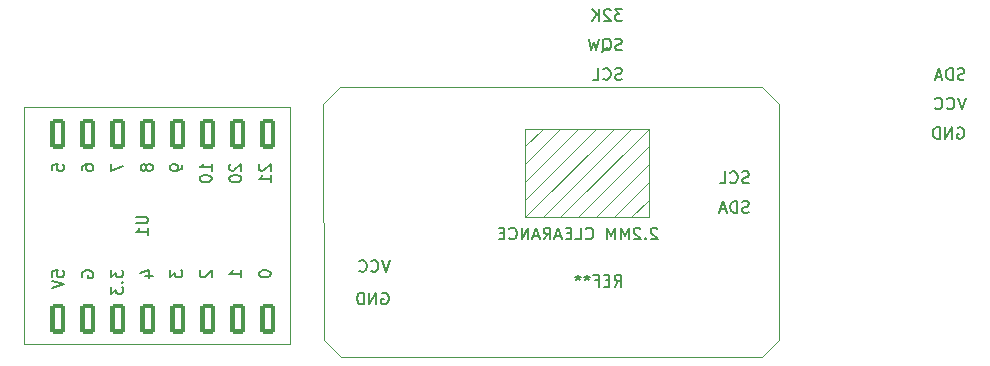
<source format=gbo>
%TF.GenerationSoftware,KiCad,Pcbnew,9.0.2*%
%TF.CreationDate,2025-05-12T22:54:10+08:00*%
%TF.ProjectId,paxclock_a,70617863-6c6f-4636-9b5f-612e6b696361,rev?*%
%TF.SameCoordinates,Original*%
%TF.FileFunction,Legend,Bot*%
%TF.FilePolarity,Positive*%
%FSLAX46Y46*%
G04 Gerber Fmt 4.6, Leading zero omitted, Abs format (unit mm)*
G04 Created by KiCad (PCBNEW 9.0.2) date 2025-05-12 22:54:10*
%MOMM*%
%LPD*%
G01*
G04 APERTURE LIST*
G04 Aperture macros list*
%AMRoundRect*
0 Rectangle with rounded corners*
0 $1 Rounding radius*
0 $2 $3 $4 $5 $6 $7 $8 $9 X,Y pos of 4 corners*
0 Add a 4 corners polygon primitive as box body*
4,1,4,$2,$3,$4,$5,$6,$7,$8,$9,$2,$3,0*
0 Add four circle primitives for the rounded corners*
1,1,$1+$1,$2,$3*
1,1,$1+$1,$4,$5*
1,1,$1+$1,$6,$7*
1,1,$1+$1,$8,$9*
0 Add four rect primitives between the rounded corners*
20,1,$1+$1,$2,$3,$4,$5,0*
20,1,$1+$1,$4,$5,$6,$7,0*
20,1,$1+$1,$6,$7,$8,$9,0*
20,1,$1+$1,$8,$9,$2,$3,0*%
G04 Aperture macros list end*
%ADD10C,0.160000*%
%ADD11C,0.100000*%
%ADD12C,4.000000*%
%ADD13RoundRect,0.190500X-1.079500X-0.444500X1.079500X-0.444500X1.079500X0.444500X-1.079500X0.444500X0*%
%ADD14C,3.000000*%
%ADD15RoundRect,0.190500X0.444500X-1.079500X0.444500X1.079500X-0.444500X1.079500X-0.444500X-1.079500X0*%
%ADD16C,5.700000*%
%ADD17R,2.000000X2.000000*%
%ADD18C,2.000000*%
%ADD19RoundRect,0.190500X-0.444500X1.079500X-0.444500X-1.079500X0.444500X-1.079500X0.444500X1.079500X0*%
%ADD20C,2.540000*%
%ADD21C,2.430000*%
%ADD22C,1.200000*%
G04 APERTURE END LIST*
D10*
X44954299Y-113538095D02*
X45763822Y-113538095D01*
X45763822Y-113538095D02*
X45859060Y-113585714D01*
X45859060Y-113585714D02*
X45906680Y-113633333D01*
X45906680Y-113633333D02*
X45954299Y-113728571D01*
X45954299Y-113728571D02*
X45954299Y-113919047D01*
X45954299Y-113919047D02*
X45906680Y-114014285D01*
X45906680Y-114014285D02*
X45859060Y-114061904D01*
X45859060Y-114061904D02*
X45763822Y-114109523D01*
X45763822Y-114109523D02*
X44954299Y-114109523D01*
X45954299Y-115109523D02*
X45954299Y-114538095D01*
X45954299Y-114823809D02*
X44954299Y-114823809D01*
X44954299Y-114823809D02*
X45097156Y-114728571D01*
X45097156Y-114728571D02*
X45192394Y-114633333D01*
X45192394Y-114633333D02*
X45240013Y-114538095D01*
X40416918Y-118667167D02*
X40369299Y-118571929D01*
X40369299Y-118571929D02*
X40369299Y-118429072D01*
X40369299Y-118429072D02*
X40416918Y-118286215D01*
X40416918Y-118286215D02*
X40512156Y-118190977D01*
X40512156Y-118190977D02*
X40607394Y-118143358D01*
X40607394Y-118143358D02*
X40797870Y-118095739D01*
X40797870Y-118095739D02*
X40940727Y-118095739D01*
X40940727Y-118095739D02*
X41131203Y-118143358D01*
X41131203Y-118143358D02*
X41226441Y-118190977D01*
X41226441Y-118190977D02*
X41321680Y-118286215D01*
X41321680Y-118286215D02*
X41369299Y-118429072D01*
X41369299Y-118429072D02*
X41369299Y-118524310D01*
X41369299Y-118524310D02*
X41321680Y-118667167D01*
X41321680Y-118667167D02*
X41274060Y-118714786D01*
X41274060Y-118714786D02*
X40940727Y-118714786D01*
X40940727Y-118714786D02*
X40940727Y-118524310D01*
X47869299Y-118048120D02*
X47869299Y-118667167D01*
X47869299Y-118667167D02*
X48250251Y-118333834D01*
X48250251Y-118333834D02*
X48250251Y-118476691D01*
X48250251Y-118476691D02*
X48297870Y-118571929D01*
X48297870Y-118571929D02*
X48345489Y-118619548D01*
X48345489Y-118619548D02*
X48440727Y-118667167D01*
X48440727Y-118667167D02*
X48678822Y-118667167D01*
X48678822Y-118667167D02*
X48774060Y-118619548D01*
X48774060Y-118619548D02*
X48821680Y-118571929D01*
X48821680Y-118571929D02*
X48869299Y-118476691D01*
X48869299Y-118476691D02*
X48869299Y-118190977D01*
X48869299Y-118190977D02*
X48821680Y-118095739D01*
X48821680Y-118095739D02*
X48774060Y-118048120D01*
X51369299Y-109667167D02*
X51369299Y-109095739D01*
X51369299Y-109381453D02*
X50369299Y-109381453D01*
X50369299Y-109381453D02*
X50512156Y-109286215D01*
X50512156Y-109286215D02*
X50607394Y-109190977D01*
X50607394Y-109190977D02*
X50655013Y-109095739D01*
X50369299Y-110286215D02*
X50369299Y-110381453D01*
X50369299Y-110381453D02*
X50416918Y-110476691D01*
X50416918Y-110476691D02*
X50464537Y-110524310D01*
X50464537Y-110524310D02*
X50559775Y-110571929D01*
X50559775Y-110571929D02*
X50750251Y-110619548D01*
X50750251Y-110619548D02*
X50988346Y-110619548D01*
X50988346Y-110619548D02*
X51178822Y-110571929D01*
X51178822Y-110571929D02*
X51274060Y-110524310D01*
X51274060Y-110524310D02*
X51321680Y-110476691D01*
X51321680Y-110476691D02*
X51369299Y-110381453D01*
X51369299Y-110381453D02*
X51369299Y-110286215D01*
X51369299Y-110286215D02*
X51321680Y-110190977D01*
X51321680Y-110190977D02*
X51274060Y-110143358D01*
X51274060Y-110143358D02*
X51178822Y-110095739D01*
X51178822Y-110095739D02*
X50988346Y-110048120D01*
X50988346Y-110048120D02*
X50750251Y-110048120D01*
X50750251Y-110048120D02*
X50559775Y-110095739D01*
X50559775Y-110095739D02*
X50464537Y-110143358D01*
X50464537Y-110143358D02*
X50416918Y-110190977D01*
X50416918Y-110190977D02*
X50369299Y-110286215D01*
X53869299Y-118667167D02*
X53869299Y-118095739D01*
X53869299Y-118381453D02*
X52869299Y-118381453D01*
X52869299Y-118381453D02*
X53012156Y-118286215D01*
X53012156Y-118286215D02*
X53107394Y-118190977D01*
X53107394Y-118190977D02*
X53155013Y-118095739D01*
X52964537Y-109095739D02*
X52916918Y-109143358D01*
X52916918Y-109143358D02*
X52869299Y-109238596D01*
X52869299Y-109238596D02*
X52869299Y-109476691D01*
X52869299Y-109476691D02*
X52916918Y-109571929D01*
X52916918Y-109571929D02*
X52964537Y-109619548D01*
X52964537Y-109619548D02*
X53059775Y-109667167D01*
X53059775Y-109667167D02*
X53155013Y-109667167D01*
X53155013Y-109667167D02*
X53297870Y-109619548D01*
X53297870Y-109619548D02*
X53869299Y-109048120D01*
X53869299Y-109048120D02*
X53869299Y-109667167D01*
X52869299Y-110286215D02*
X52869299Y-110381453D01*
X52869299Y-110381453D02*
X52916918Y-110476691D01*
X52916918Y-110476691D02*
X52964537Y-110524310D01*
X52964537Y-110524310D02*
X53059775Y-110571929D01*
X53059775Y-110571929D02*
X53250251Y-110619548D01*
X53250251Y-110619548D02*
X53488346Y-110619548D01*
X53488346Y-110619548D02*
X53678822Y-110571929D01*
X53678822Y-110571929D02*
X53774060Y-110524310D01*
X53774060Y-110524310D02*
X53821680Y-110476691D01*
X53821680Y-110476691D02*
X53869299Y-110381453D01*
X53869299Y-110381453D02*
X53869299Y-110286215D01*
X53869299Y-110286215D02*
X53821680Y-110190977D01*
X53821680Y-110190977D02*
X53774060Y-110143358D01*
X53774060Y-110143358D02*
X53678822Y-110095739D01*
X53678822Y-110095739D02*
X53488346Y-110048120D01*
X53488346Y-110048120D02*
X53250251Y-110048120D01*
X53250251Y-110048120D02*
X53059775Y-110095739D01*
X53059775Y-110095739D02*
X52964537Y-110143358D01*
X52964537Y-110143358D02*
X52916918Y-110190977D01*
X52916918Y-110190977D02*
X52869299Y-110286215D01*
X42869299Y-118048120D02*
X42869299Y-118667167D01*
X42869299Y-118667167D02*
X43250251Y-118333834D01*
X43250251Y-118333834D02*
X43250251Y-118476691D01*
X43250251Y-118476691D02*
X43297870Y-118571929D01*
X43297870Y-118571929D02*
X43345489Y-118619548D01*
X43345489Y-118619548D02*
X43440727Y-118667167D01*
X43440727Y-118667167D02*
X43678822Y-118667167D01*
X43678822Y-118667167D02*
X43774060Y-118619548D01*
X43774060Y-118619548D02*
X43821680Y-118571929D01*
X43821680Y-118571929D02*
X43869299Y-118476691D01*
X43869299Y-118476691D02*
X43869299Y-118190977D01*
X43869299Y-118190977D02*
X43821680Y-118095739D01*
X43821680Y-118095739D02*
X43774060Y-118048120D01*
X43774060Y-119095739D02*
X43821680Y-119143358D01*
X43821680Y-119143358D02*
X43869299Y-119095739D01*
X43869299Y-119095739D02*
X43821680Y-119048120D01*
X43821680Y-119048120D02*
X43774060Y-119095739D01*
X43774060Y-119095739D02*
X43869299Y-119095739D01*
X42869299Y-119476691D02*
X42869299Y-120095738D01*
X42869299Y-120095738D02*
X43250251Y-119762405D01*
X43250251Y-119762405D02*
X43250251Y-119905262D01*
X43250251Y-119905262D02*
X43297870Y-120000500D01*
X43297870Y-120000500D02*
X43345489Y-120048119D01*
X43345489Y-120048119D02*
X43440727Y-120095738D01*
X43440727Y-120095738D02*
X43678822Y-120095738D01*
X43678822Y-120095738D02*
X43774060Y-120048119D01*
X43774060Y-120048119D02*
X43821680Y-120000500D01*
X43821680Y-120000500D02*
X43869299Y-119905262D01*
X43869299Y-119905262D02*
X43869299Y-119619548D01*
X43869299Y-119619548D02*
X43821680Y-119524310D01*
X43821680Y-119524310D02*
X43774060Y-119476691D01*
X55369299Y-118333834D02*
X55369299Y-118429072D01*
X55369299Y-118429072D02*
X55416918Y-118524310D01*
X55416918Y-118524310D02*
X55464537Y-118571929D01*
X55464537Y-118571929D02*
X55559775Y-118619548D01*
X55559775Y-118619548D02*
X55750251Y-118667167D01*
X55750251Y-118667167D02*
X55988346Y-118667167D01*
X55988346Y-118667167D02*
X56178822Y-118619548D01*
X56178822Y-118619548D02*
X56274060Y-118571929D01*
X56274060Y-118571929D02*
X56321680Y-118524310D01*
X56321680Y-118524310D02*
X56369299Y-118429072D01*
X56369299Y-118429072D02*
X56369299Y-118333834D01*
X56369299Y-118333834D02*
X56321680Y-118238596D01*
X56321680Y-118238596D02*
X56274060Y-118190977D01*
X56274060Y-118190977D02*
X56178822Y-118143358D01*
X56178822Y-118143358D02*
X55988346Y-118095739D01*
X55988346Y-118095739D02*
X55750251Y-118095739D01*
X55750251Y-118095739D02*
X55559775Y-118143358D01*
X55559775Y-118143358D02*
X55464537Y-118190977D01*
X55464537Y-118190977D02*
X55416918Y-118238596D01*
X55416918Y-118238596D02*
X55369299Y-118333834D01*
X37869299Y-118619548D02*
X37869299Y-118143358D01*
X37869299Y-118143358D02*
X38345489Y-118095739D01*
X38345489Y-118095739D02*
X38297870Y-118143358D01*
X38297870Y-118143358D02*
X38250251Y-118238596D01*
X38250251Y-118238596D02*
X38250251Y-118476691D01*
X38250251Y-118476691D02*
X38297870Y-118571929D01*
X38297870Y-118571929D02*
X38345489Y-118619548D01*
X38345489Y-118619548D02*
X38440727Y-118667167D01*
X38440727Y-118667167D02*
X38678822Y-118667167D01*
X38678822Y-118667167D02*
X38774060Y-118619548D01*
X38774060Y-118619548D02*
X38821680Y-118571929D01*
X38821680Y-118571929D02*
X38869299Y-118476691D01*
X38869299Y-118476691D02*
X38869299Y-118238596D01*
X38869299Y-118238596D02*
X38821680Y-118143358D01*
X38821680Y-118143358D02*
X38774060Y-118095739D01*
X37869299Y-118952882D02*
X38869299Y-119286215D01*
X38869299Y-119286215D02*
X37869299Y-119619548D01*
X50464537Y-118095739D02*
X50416918Y-118143358D01*
X50416918Y-118143358D02*
X50369299Y-118238596D01*
X50369299Y-118238596D02*
X50369299Y-118476691D01*
X50369299Y-118476691D02*
X50416918Y-118571929D01*
X50416918Y-118571929D02*
X50464537Y-118619548D01*
X50464537Y-118619548D02*
X50559775Y-118667167D01*
X50559775Y-118667167D02*
X50655013Y-118667167D01*
X50655013Y-118667167D02*
X50797870Y-118619548D01*
X50797870Y-118619548D02*
X51369299Y-118048120D01*
X51369299Y-118048120D02*
X51369299Y-118667167D01*
X48869299Y-109190977D02*
X48869299Y-109381453D01*
X48869299Y-109381453D02*
X48821680Y-109476691D01*
X48821680Y-109476691D02*
X48774060Y-109524310D01*
X48774060Y-109524310D02*
X48631203Y-109619548D01*
X48631203Y-109619548D02*
X48440727Y-109667167D01*
X48440727Y-109667167D02*
X48059775Y-109667167D01*
X48059775Y-109667167D02*
X47964537Y-109619548D01*
X47964537Y-109619548D02*
X47916918Y-109571929D01*
X47916918Y-109571929D02*
X47869299Y-109476691D01*
X47869299Y-109476691D02*
X47869299Y-109286215D01*
X47869299Y-109286215D02*
X47916918Y-109190977D01*
X47916918Y-109190977D02*
X47964537Y-109143358D01*
X47964537Y-109143358D02*
X48059775Y-109095739D01*
X48059775Y-109095739D02*
X48297870Y-109095739D01*
X48297870Y-109095739D02*
X48393108Y-109143358D01*
X48393108Y-109143358D02*
X48440727Y-109190977D01*
X48440727Y-109190977D02*
X48488346Y-109286215D01*
X48488346Y-109286215D02*
X48488346Y-109476691D01*
X48488346Y-109476691D02*
X48440727Y-109571929D01*
X48440727Y-109571929D02*
X48393108Y-109619548D01*
X48393108Y-109619548D02*
X48297870Y-109667167D01*
X42869299Y-109048120D02*
X42869299Y-109714786D01*
X42869299Y-109714786D02*
X43869299Y-109286215D01*
X55464537Y-109095739D02*
X55416918Y-109143358D01*
X55416918Y-109143358D02*
X55369299Y-109238596D01*
X55369299Y-109238596D02*
X55369299Y-109476691D01*
X55369299Y-109476691D02*
X55416918Y-109571929D01*
X55416918Y-109571929D02*
X55464537Y-109619548D01*
X55464537Y-109619548D02*
X55559775Y-109667167D01*
X55559775Y-109667167D02*
X55655013Y-109667167D01*
X55655013Y-109667167D02*
X55797870Y-109619548D01*
X55797870Y-109619548D02*
X56369299Y-109048120D01*
X56369299Y-109048120D02*
X56369299Y-109667167D01*
X56369299Y-110619548D02*
X56369299Y-110048120D01*
X56369299Y-110333834D02*
X55369299Y-110333834D01*
X55369299Y-110333834D02*
X55512156Y-110238596D01*
X55512156Y-110238596D02*
X55607394Y-110143358D01*
X55607394Y-110143358D02*
X55655013Y-110048120D01*
X40369299Y-109571929D02*
X40369299Y-109381453D01*
X40369299Y-109381453D02*
X40416918Y-109286215D01*
X40416918Y-109286215D02*
X40464537Y-109238596D01*
X40464537Y-109238596D02*
X40607394Y-109143358D01*
X40607394Y-109143358D02*
X40797870Y-109095739D01*
X40797870Y-109095739D02*
X41178822Y-109095739D01*
X41178822Y-109095739D02*
X41274060Y-109143358D01*
X41274060Y-109143358D02*
X41321680Y-109190977D01*
X41321680Y-109190977D02*
X41369299Y-109286215D01*
X41369299Y-109286215D02*
X41369299Y-109476691D01*
X41369299Y-109476691D02*
X41321680Y-109571929D01*
X41321680Y-109571929D02*
X41274060Y-109619548D01*
X41274060Y-109619548D02*
X41178822Y-109667167D01*
X41178822Y-109667167D02*
X40940727Y-109667167D01*
X40940727Y-109667167D02*
X40845489Y-109619548D01*
X40845489Y-109619548D02*
X40797870Y-109571929D01*
X40797870Y-109571929D02*
X40750251Y-109476691D01*
X40750251Y-109476691D02*
X40750251Y-109286215D01*
X40750251Y-109286215D02*
X40797870Y-109190977D01*
X40797870Y-109190977D02*
X40845489Y-109143358D01*
X40845489Y-109143358D02*
X40940727Y-109095739D01*
X45702632Y-118571929D02*
X46369299Y-118571929D01*
X45321680Y-118333834D02*
X46035965Y-118095739D01*
X46035965Y-118095739D02*
X46035965Y-118714786D01*
X45797870Y-109286215D02*
X45750251Y-109190977D01*
X45750251Y-109190977D02*
X45702632Y-109143358D01*
X45702632Y-109143358D02*
X45607394Y-109095739D01*
X45607394Y-109095739D02*
X45559775Y-109095739D01*
X45559775Y-109095739D02*
X45464537Y-109143358D01*
X45464537Y-109143358D02*
X45416918Y-109190977D01*
X45416918Y-109190977D02*
X45369299Y-109286215D01*
X45369299Y-109286215D02*
X45369299Y-109476691D01*
X45369299Y-109476691D02*
X45416918Y-109571929D01*
X45416918Y-109571929D02*
X45464537Y-109619548D01*
X45464537Y-109619548D02*
X45559775Y-109667167D01*
X45559775Y-109667167D02*
X45607394Y-109667167D01*
X45607394Y-109667167D02*
X45702632Y-109619548D01*
X45702632Y-109619548D02*
X45750251Y-109571929D01*
X45750251Y-109571929D02*
X45797870Y-109476691D01*
X45797870Y-109476691D02*
X45797870Y-109286215D01*
X45797870Y-109286215D02*
X45845489Y-109190977D01*
X45845489Y-109190977D02*
X45893108Y-109143358D01*
X45893108Y-109143358D02*
X45988346Y-109095739D01*
X45988346Y-109095739D02*
X46178822Y-109095739D01*
X46178822Y-109095739D02*
X46274060Y-109143358D01*
X46274060Y-109143358D02*
X46321680Y-109190977D01*
X46321680Y-109190977D02*
X46369299Y-109286215D01*
X46369299Y-109286215D02*
X46369299Y-109476691D01*
X46369299Y-109476691D02*
X46321680Y-109571929D01*
X46321680Y-109571929D02*
X46274060Y-109619548D01*
X46274060Y-109619548D02*
X46178822Y-109667167D01*
X46178822Y-109667167D02*
X45988346Y-109667167D01*
X45988346Y-109667167D02*
X45893108Y-109619548D01*
X45893108Y-109619548D02*
X45845489Y-109571929D01*
X45845489Y-109571929D02*
X45797870Y-109476691D01*
X37869299Y-109619548D02*
X37869299Y-109143358D01*
X37869299Y-109143358D02*
X38345489Y-109095739D01*
X38345489Y-109095739D02*
X38297870Y-109143358D01*
X38297870Y-109143358D02*
X38250251Y-109238596D01*
X38250251Y-109238596D02*
X38250251Y-109476691D01*
X38250251Y-109476691D02*
X38297870Y-109571929D01*
X38297870Y-109571929D02*
X38345489Y-109619548D01*
X38345489Y-109619548D02*
X38440727Y-109667167D01*
X38440727Y-109667167D02*
X38678822Y-109667167D01*
X38678822Y-109667167D02*
X38774060Y-109619548D01*
X38774060Y-109619548D02*
X38821680Y-109571929D01*
X38821680Y-109571929D02*
X38869299Y-109476691D01*
X38869299Y-109476691D02*
X38869299Y-109238596D01*
X38869299Y-109238596D02*
X38821680Y-109143358D01*
X38821680Y-109143358D02*
X38774060Y-109095739D01*
X86151879Y-95969299D02*
X85532832Y-95969299D01*
X85532832Y-95969299D02*
X85866165Y-96350251D01*
X85866165Y-96350251D02*
X85723308Y-96350251D01*
X85723308Y-96350251D02*
X85628070Y-96397870D01*
X85628070Y-96397870D02*
X85580451Y-96445489D01*
X85580451Y-96445489D02*
X85532832Y-96540727D01*
X85532832Y-96540727D02*
X85532832Y-96778822D01*
X85532832Y-96778822D02*
X85580451Y-96874060D01*
X85580451Y-96874060D02*
X85628070Y-96921680D01*
X85628070Y-96921680D02*
X85723308Y-96969299D01*
X85723308Y-96969299D02*
X86009022Y-96969299D01*
X86009022Y-96969299D02*
X86104260Y-96921680D01*
X86104260Y-96921680D02*
X86151879Y-96874060D01*
X85151879Y-96064537D02*
X85104260Y-96016918D01*
X85104260Y-96016918D02*
X85009022Y-95969299D01*
X85009022Y-95969299D02*
X84770927Y-95969299D01*
X84770927Y-95969299D02*
X84675689Y-96016918D01*
X84675689Y-96016918D02*
X84628070Y-96064537D01*
X84628070Y-96064537D02*
X84580451Y-96159775D01*
X84580451Y-96159775D02*
X84580451Y-96255013D01*
X84580451Y-96255013D02*
X84628070Y-96397870D01*
X84628070Y-96397870D02*
X85199498Y-96969299D01*
X85199498Y-96969299D02*
X84580451Y-96969299D01*
X84151879Y-96969299D02*
X84151879Y-95969299D01*
X83580451Y-96969299D02*
X84009022Y-96397870D01*
X83580451Y-95969299D02*
X84151879Y-96540727D01*
X85485213Y-119469299D02*
X85818546Y-118993108D01*
X86056641Y-119469299D02*
X86056641Y-118469299D01*
X86056641Y-118469299D02*
X85675689Y-118469299D01*
X85675689Y-118469299D02*
X85580451Y-118516918D01*
X85580451Y-118516918D02*
X85532832Y-118564537D01*
X85532832Y-118564537D02*
X85485213Y-118659775D01*
X85485213Y-118659775D02*
X85485213Y-118802632D01*
X85485213Y-118802632D02*
X85532832Y-118897870D01*
X85532832Y-118897870D02*
X85580451Y-118945489D01*
X85580451Y-118945489D02*
X85675689Y-118993108D01*
X85675689Y-118993108D02*
X86056641Y-118993108D01*
X85056641Y-118945489D02*
X84723308Y-118945489D01*
X84580451Y-119469299D02*
X85056641Y-119469299D01*
X85056641Y-119469299D02*
X85056641Y-118469299D01*
X85056641Y-118469299D02*
X84580451Y-118469299D01*
X83818546Y-118945489D02*
X84151879Y-118945489D01*
X84151879Y-119469299D02*
X84151879Y-118469299D01*
X84151879Y-118469299D02*
X83675689Y-118469299D01*
X83151879Y-118469299D02*
X83151879Y-118707394D01*
X83389974Y-118612156D02*
X83151879Y-118707394D01*
X83151879Y-118707394D02*
X82913784Y-118612156D01*
X83294736Y-118897870D02*
X83151879Y-118707394D01*
X83151879Y-118707394D02*
X83009022Y-118897870D01*
X82389974Y-118469299D02*
X82389974Y-118707394D01*
X82628069Y-118612156D02*
X82389974Y-118707394D01*
X82389974Y-118707394D02*
X82151879Y-118612156D01*
X82532831Y-118897870D02*
X82389974Y-118707394D01*
X82389974Y-118707394D02*
X82247117Y-118897870D01*
X96854260Y-110671680D02*
X96711403Y-110719299D01*
X96711403Y-110719299D02*
X96473308Y-110719299D01*
X96473308Y-110719299D02*
X96378070Y-110671680D01*
X96378070Y-110671680D02*
X96330451Y-110624060D01*
X96330451Y-110624060D02*
X96282832Y-110528822D01*
X96282832Y-110528822D02*
X96282832Y-110433584D01*
X96282832Y-110433584D02*
X96330451Y-110338346D01*
X96330451Y-110338346D02*
X96378070Y-110290727D01*
X96378070Y-110290727D02*
X96473308Y-110243108D01*
X96473308Y-110243108D02*
X96663784Y-110195489D01*
X96663784Y-110195489D02*
X96759022Y-110147870D01*
X96759022Y-110147870D02*
X96806641Y-110100251D01*
X96806641Y-110100251D02*
X96854260Y-110005013D01*
X96854260Y-110005013D02*
X96854260Y-109909775D01*
X96854260Y-109909775D02*
X96806641Y-109814537D01*
X96806641Y-109814537D02*
X96759022Y-109766918D01*
X96759022Y-109766918D02*
X96663784Y-109719299D01*
X96663784Y-109719299D02*
X96425689Y-109719299D01*
X96425689Y-109719299D02*
X96282832Y-109766918D01*
X95282832Y-110624060D02*
X95330451Y-110671680D01*
X95330451Y-110671680D02*
X95473308Y-110719299D01*
X95473308Y-110719299D02*
X95568546Y-110719299D01*
X95568546Y-110719299D02*
X95711403Y-110671680D01*
X95711403Y-110671680D02*
X95806641Y-110576441D01*
X95806641Y-110576441D02*
X95854260Y-110481203D01*
X95854260Y-110481203D02*
X95901879Y-110290727D01*
X95901879Y-110290727D02*
X95901879Y-110147870D01*
X95901879Y-110147870D02*
X95854260Y-109957394D01*
X95854260Y-109957394D02*
X95806641Y-109862156D01*
X95806641Y-109862156D02*
X95711403Y-109766918D01*
X95711403Y-109766918D02*
X95568546Y-109719299D01*
X95568546Y-109719299D02*
X95473308Y-109719299D01*
X95473308Y-109719299D02*
X95330451Y-109766918D01*
X95330451Y-109766918D02*
X95282832Y-109814537D01*
X94378070Y-110719299D02*
X94854260Y-110719299D01*
X94854260Y-110719299D02*
X94854260Y-109719299D01*
X65782832Y-120016918D02*
X65878070Y-119969299D01*
X65878070Y-119969299D02*
X66020927Y-119969299D01*
X66020927Y-119969299D02*
X66163784Y-120016918D01*
X66163784Y-120016918D02*
X66259022Y-120112156D01*
X66259022Y-120112156D02*
X66306641Y-120207394D01*
X66306641Y-120207394D02*
X66354260Y-120397870D01*
X66354260Y-120397870D02*
X66354260Y-120540727D01*
X66354260Y-120540727D02*
X66306641Y-120731203D01*
X66306641Y-120731203D02*
X66259022Y-120826441D01*
X66259022Y-120826441D02*
X66163784Y-120921680D01*
X66163784Y-120921680D02*
X66020927Y-120969299D01*
X66020927Y-120969299D02*
X65925689Y-120969299D01*
X65925689Y-120969299D02*
X65782832Y-120921680D01*
X65782832Y-120921680D02*
X65735213Y-120874060D01*
X65735213Y-120874060D02*
X65735213Y-120540727D01*
X65735213Y-120540727D02*
X65925689Y-120540727D01*
X65306641Y-120969299D02*
X65306641Y-119969299D01*
X65306641Y-119969299D02*
X64735213Y-120969299D01*
X64735213Y-120969299D02*
X64735213Y-119969299D01*
X64259022Y-120969299D02*
X64259022Y-119969299D01*
X64259022Y-119969299D02*
X64020927Y-119969299D01*
X64020927Y-119969299D02*
X63878070Y-120016918D01*
X63878070Y-120016918D02*
X63782832Y-120112156D01*
X63782832Y-120112156D02*
X63735213Y-120207394D01*
X63735213Y-120207394D02*
X63687594Y-120397870D01*
X63687594Y-120397870D02*
X63687594Y-120540727D01*
X63687594Y-120540727D02*
X63735213Y-120731203D01*
X63735213Y-120731203D02*
X63782832Y-120826441D01*
X63782832Y-120826441D02*
X63878070Y-120921680D01*
X63878070Y-120921680D02*
X64020927Y-120969299D01*
X64020927Y-120969299D02*
X64259022Y-120969299D01*
X86104260Y-99421680D02*
X85961403Y-99469299D01*
X85961403Y-99469299D02*
X85723308Y-99469299D01*
X85723308Y-99469299D02*
X85628070Y-99421680D01*
X85628070Y-99421680D02*
X85580451Y-99374060D01*
X85580451Y-99374060D02*
X85532832Y-99278822D01*
X85532832Y-99278822D02*
X85532832Y-99183584D01*
X85532832Y-99183584D02*
X85580451Y-99088346D01*
X85580451Y-99088346D02*
X85628070Y-99040727D01*
X85628070Y-99040727D02*
X85723308Y-98993108D01*
X85723308Y-98993108D02*
X85913784Y-98945489D01*
X85913784Y-98945489D02*
X86009022Y-98897870D01*
X86009022Y-98897870D02*
X86056641Y-98850251D01*
X86056641Y-98850251D02*
X86104260Y-98755013D01*
X86104260Y-98755013D02*
X86104260Y-98659775D01*
X86104260Y-98659775D02*
X86056641Y-98564537D01*
X86056641Y-98564537D02*
X86009022Y-98516918D01*
X86009022Y-98516918D02*
X85913784Y-98469299D01*
X85913784Y-98469299D02*
X85675689Y-98469299D01*
X85675689Y-98469299D02*
X85532832Y-98516918D01*
X84437594Y-99564537D02*
X84532832Y-99516918D01*
X84532832Y-99516918D02*
X84628070Y-99421680D01*
X84628070Y-99421680D02*
X84770927Y-99278822D01*
X84770927Y-99278822D02*
X84866165Y-99231203D01*
X84866165Y-99231203D02*
X84961403Y-99231203D01*
X84913784Y-99469299D02*
X85009022Y-99421680D01*
X85009022Y-99421680D02*
X85104260Y-99326441D01*
X85104260Y-99326441D02*
X85151879Y-99135965D01*
X85151879Y-99135965D02*
X85151879Y-98802632D01*
X85151879Y-98802632D02*
X85104260Y-98612156D01*
X85104260Y-98612156D02*
X85009022Y-98516918D01*
X85009022Y-98516918D02*
X84913784Y-98469299D01*
X84913784Y-98469299D02*
X84723308Y-98469299D01*
X84723308Y-98469299D02*
X84628070Y-98516918D01*
X84628070Y-98516918D02*
X84532832Y-98612156D01*
X84532832Y-98612156D02*
X84485213Y-98802632D01*
X84485213Y-98802632D02*
X84485213Y-99135965D01*
X84485213Y-99135965D02*
X84532832Y-99326441D01*
X84532832Y-99326441D02*
X84628070Y-99421680D01*
X84628070Y-99421680D02*
X84723308Y-99469299D01*
X84723308Y-99469299D02*
X84913784Y-99469299D01*
X84151879Y-98469299D02*
X83913784Y-99469299D01*
X83913784Y-99469299D02*
X83723308Y-98755013D01*
X83723308Y-98755013D02*
X83532832Y-99469299D01*
X83532832Y-99469299D02*
X83294737Y-98469299D01*
X89104260Y-114564537D02*
X89056641Y-114516918D01*
X89056641Y-114516918D02*
X88961403Y-114469299D01*
X88961403Y-114469299D02*
X88723308Y-114469299D01*
X88723308Y-114469299D02*
X88628070Y-114516918D01*
X88628070Y-114516918D02*
X88580451Y-114564537D01*
X88580451Y-114564537D02*
X88532832Y-114659775D01*
X88532832Y-114659775D02*
X88532832Y-114755013D01*
X88532832Y-114755013D02*
X88580451Y-114897870D01*
X88580451Y-114897870D02*
X89151879Y-115469299D01*
X89151879Y-115469299D02*
X88532832Y-115469299D01*
X88104260Y-115374060D02*
X88056641Y-115421680D01*
X88056641Y-115421680D02*
X88104260Y-115469299D01*
X88104260Y-115469299D02*
X88151879Y-115421680D01*
X88151879Y-115421680D02*
X88104260Y-115374060D01*
X88104260Y-115374060D02*
X88104260Y-115469299D01*
X87675689Y-114564537D02*
X87628070Y-114516918D01*
X87628070Y-114516918D02*
X87532832Y-114469299D01*
X87532832Y-114469299D02*
X87294737Y-114469299D01*
X87294737Y-114469299D02*
X87199499Y-114516918D01*
X87199499Y-114516918D02*
X87151880Y-114564537D01*
X87151880Y-114564537D02*
X87104261Y-114659775D01*
X87104261Y-114659775D02*
X87104261Y-114755013D01*
X87104261Y-114755013D02*
X87151880Y-114897870D01*
X87151880Y-114897870D02*
X87723308Y-115469299D01*
X87723308Y-115469299D02*
X87104261Y-115469299D01*
X86675689Y-115469299D02*
X86675689Y-114469299D01*
X86675689Y-114469299D02*
X86342356Y-115183584D01*
X86342356Y-115183584D02*
X86009023Y-114469299D01*
X86009023Y-114469299D02*
X86009023Y-115469299D01*
X85532832Y-115469299D02*
X85532832Y-114469299D01*
X85532832Y-114469299D02*
X85199499Y-115183584D01*
X85199499Y-115183584D02*
X84866166Y-114469299D01*
X84866166Y-114469299D02*
X84866166Y-115469299D01*
X83056642Y-115374060D02*
X83104261Y-115421680D01*
X83104261Y-115421680D02*
X83247118Y-115469299D01*
X83247118Y-115469299D02*
X83342356Y-115469299D01*
X83342356Y-115469299D02*
X83485213Y-115421680D01*
X83485213Y-115421680D02*
X83580451Y-115326441D01*
X83580451Y-115326441D02*
X83628070Y-115231203D01*
X83628070Y-115231203D02*
X83675689Y-115040727D01*
X83675689Y-115040727D02*
X83675689Y-114897870D01*
X83675689Y-114897870D02*
X83628070Y-114707394D01*
X83628070Y-114707394D02*
X83580451Y-114612156D01*
X83580451Y-114612156D02*
X83485213Y-114516918D01*
X83485213Y-114516918D02*
X83342356Y-114469299D01*
X83342356Y-114469299D02*
X83247118Y-114469299D01*
X83247118Y-114469299D02*
X83104261Y-114516918D01*
X83104261Y-114516918D02*
X83056642Y-114564537D01*
X82151880Y-115469299D02*
X82628070Y-115469299D01*
X82628070Y-115469299D02*
X82628070Y-114469299D01*
X81818546Y-114945489D02*
X81485213Y-114945489D01*
X81342356Y-115469299D02*
X81818546Y-115469299D01*
X81818546Y-115469299D02*
X81818546Y-114469299D01*
X81818546Y-114469299D02*
X81342356Y-114469299D01*
X80961403Y-115183584D02*
X80485213Y-115183584D01*
X81056641Y-115469299D02*
X80723308Y-114469299D01*
X80723308Y-114469299D02*
X80389975Y-115469299D01*
X79485213Y-115469299D02*
X79818546Y-114993108D01*
X80056641Y-115469299D02*
X80056641Y-114469299D01*
X80056641Y-114469299D02*
X79675689Y-114469299D01*
X79675689Y-114469299D02*
X79580451Y-114516918D01*
X79580451Y-114516918D02*
X79532832Y-114564537D01*
X79532832Y-114564537D02*
X79485213Y-114659775D01*
X79485213Y-114659775D02*
X79485213Y-114802632D01*
X79485213Y-114802632D02*
X79532832Y-114897870D01*
X79532832Y-114897870D02*
X79580451Y-114945489D01*
X79580451Y-114945489D02*
X79675689Y-114993108D01*
X79675689Y-114993108D02*
X80056641Y-114993108D01*
X79104260Y-115183584D02*
X78628070Y-115183584D01*
X79199498Y-115469299D02*
X78866165Y-114469299D01*
X78866165Y-114469299D02*
X78532832Y-115469299D01*
X78199498Y-115469299D02*
X78199498Y-114469299D01*
X78199498Y-114469299D02*
X77628070Y-115469299D01*
X77628070Y-115469299D02*
X77628070Y-114469299D01*
X76580451Y-115374060D02*
X76628070Y-115421680D01*
X76628070Y-115421680D02*
X76770927Y-115469299D01*
X76770927Y-115469299D02*
X76866165Y-115469299D01*
X76866165Y-115469299D02*
X77009022Y-115421680D01*
X77009022Y-115421680D02*
X77104260Y-115326441D01*
X77104260Y-115326441D02*
X77151879Y-115231203D01*
X77151879Y-115231203D02*
X77199498Y-115040727D01*
X77199498Y-115040727D02*
X77199498Y-114897870D01*
X77199498Y-114897870D02*
X77151879Y-114707394D01*
X77151879Y-114707394D02*
X77104260Y-114612156D01*
X77104260Y-114612156D02*
X77009022Y-114516918D01*
X77009022Y-114516918D02*
X76866165Y-114469299D01*
X76866165Y-114469299D02*
X76770927Y-114469299D01*
X76770927Y-114469299D02*
X76628070Y-114516918D01*
X76628070Y-114516918D02*
X76580451Y-114564537D01*
X76151879Y-114945489D02*
X75818546Y-114945489D01*
X75675689Y-115469299D02*
X76151879Y-115469299D01*
X76151879Y-115469299D02*
X76151879Y-114469299D01*
X76151879Y-114469299D02*
X75675689Y-114469299D01*
X114532832Y-106016918D02*
X114628070Y-105969299D01*
X114628070Y-105969299D02*
X114770927Y-105969299D01*
X114770927Y-105969299D02*
X114913784Y-106016918D01*
X114913784Y-106016918D02*
X115009022Y-106112156D01*
X115009022Y-106112156D02*
X115056641Y-106207394D01*
X115056641Y-106207394D02*
X115104260Y-106397870D01*
X115104260Y-106397870D02*
X115104260Y-106540727D01*
X115104260Y-106540727D02*
X115056641Y-106731203D01*
X115056641Y-106731203D02*
X115009022Y-106826441D01*
X115009022Y-106826441D02*
X114913784Y-106921680D01*
X114913784Y-106921680D02*
X114770927Y-106969299D01*
X114770927Y-106969299D02*
X114675689Y-106969299D01*
X114675689Y-106969299D02*
X114532832Y-106921680D01*
X114532832Y-106921680D02*
X114485213Y-106874060D01*
X114485213Y-106874060D02*
X114485213Y-106540727D01*
X114485213Y-106540727D02*
X114675689Y-106540727D01*
X114056641Y-106969299D02*
X114056641Y-105969299D01*
X114056641Y-105969299D02*
X113485213Y-106969299D01*
X113485213Y-106969299D02*
X113485213Y-105969299D01*
X113009022Y-106969299D02*
X113009022Y-105969299D01*
X113009022Y-105969299D02*
X112770927Y-105969299D01*
X112770927Y-105969299D02*
X112628070Y-106016918D01*
X112628070Y-106016918D02*
X112532832Y-106112156D01*
X112532832Y-106112156D02*
X112485213Y-106207394D01*
X112485213Y-106207394D02*
X112437594Y-106397870D01*
X112437594Y-106397870D02*
X112437594Y-106540727D01*
X112437594Y-106540727D02*
X112485213Y-106731203D01*
X112485213Y-106731203D02*
X112532832Y-106826441D01*
X112532832Y-106826441D02*
X112628070Y-106921680D01*
X112628070Y-106921680D02*
X112770927Y-106969299D01*
X112770927Y-106969299D02*
X113009022Y-106969299D01*
X115104260Y-101921680D02*
X114961403Y-101969299D01*
X114961403Y-101969299D02*
X114723308Y-101969299D01*
X114723308Y-101969299D02*
X114628070Y-101921680D01*
X114628070Y-101921680D02*
X114580451Y-101874060D01*
X114580451Y-101874060D02*
X114532832Y-101778822D01*
X114532832Y-101778822D02*
X114532832Y-101683584D01*
X114532832Y-101683584D02*
X114580451Y-101588346D01*
X114580451Y-101588346D02*
X114628070Y-101540727D01*
X114628070Y-101540727D02*
X114723308Y-101493108D01*
X114723308Y-101493108D02*
X114913784Y-101445489D01*
X114913784Y-101445489D02*
X115009022Y-101397870D01*
X115009022Y-101397870D02*
X115056641Y-101350251D01*
X115056641Y-101350251D02*
X115104260Y-101255013D01*
X115104260Y-101255013D02*
X115104260Y-101159775D01*
X115104260Y-101159775D02*
X115056641Y-101064537D01*
X115056641Y-101064537D02*
X115009022Y-101016918D01*
X115009022Y-101016918D02*
X114913784Y-100969299D01*
X114913784Y-100969299D02*
X114675689Y-100969299D01*
X114675689Y-100969299D02*
X114532832Y-101016918D01*
X114104260Y-101969299D02*
X114104260Y-100969299D01*
X114104260Y-100969299D02*
X113866165Y-100969299D01*
X113866165Y-100969299D02*
X113723308Y-101016918D01*
X113723308Y-101016918D02*
X113628070Y-101112156D01*
X113628070Y-101112156D02*
X113580451Y-101207394D01*
X113580451Y-101207394D02*
X113532832Y-101397870D01*
X113532832Y-101397870D02*
X113532832Y-101540727D01*
X113532832Y-101540727D02*
X113580451Y-101731203D01*
X113580451Y-101731203D02*
X113628070Y-101826441D01*
X113628070Y-101826441D02*
X113723308Y-101921680D01*
X113723308Y-101921680D02*
X113866165Y-101969299D01*
X113866165Y-101969299D02*
X114104260Y-101969299D01*
X113151879Y-101683584D02*
X112675689Y-101683584D01*
X113247117Y-101969299D02*
X112913784Y-100969299D01*
X112913784Y-100969299D02*
X112580451Y-101969299D01*
X86104260Y-101921680D02*
X85961403Y-101969299D01*
X85961403Y-101969299D02*
X85723308Y-101969299D01*
X85723308Y-101969299D02*
X85628070Y-101921680D01*
X85628070Y-101921680D02*
X85580451Y-101874060D01*
X85580451Y-101874060D02*
X85532832Y-101778822D01*
X85532832Y-101778822D02*
X85532832Y-101683584D01*
X85532832Y-101683584D02*
X85580451Y-101588346D01*
X85580451Y-101588346D02*
X85628070Y-101540727D01*
X85628070Y-101540727D02*
X85723308Y-101493108D01*
X85723308Y-101493108D02*
X85913784Y-101445489D01*
X85913784Y-101445489D02*
X86009022Y-101397870D01*
X86009022Y-101397870D02*
X86056641Y-101350251D01*
X86056641Y-101350251D02*
X86104260Y-101255013D01*
X86104260Y-101255013D02*
X86104260Y-101159775D01*
X86104260Y-101159775D02*
X86056641Y-101064537D01*
X86056641Y-101064537D02*
X86009022Y-101016918D01*
X86009022Y-101016918D02*
X85913784Y-100969299D01*
X85913784Y-100969299D02*
X85675689Y-100969299D01*
X85675689Y-100969299D02*
X85532832Y-101016918D01*
X84532832Y-101874060D02*
X84580451Y-101921680D01*
X84580451Y-101921680D02*
X84723308Y-101969299D01*
X84723308Y-101969299D02*
X84818546Y-101969299D01*
X84818546Y-101969299D02*
X84961403Y-101921680D01*
X84961403Y-101921680D02*
X85056641Y-101826441D01*
X85056641Y-101826441D02*
X85104260Y-101731203D01*
X85104260Y-101731203D02*
X85151879Y-101540727D01*
X85151879Y-101540727D02*
X85151879Y-101397870D01*
X85151879Y-101397870D02*
X85104260Y-101207394D01*
X85104260Y-101207394D02*
X85056641Y-101112156D01*
X85056641Y-101112156D02*
X84961403Y-101016918D01*
X84961403Y-101016918D02*
X84818546Y-100969299D01*
X84818546Y-100969299D02*
X84723308Y-100969299D01*
X84723308Y-100969299D02*
X84580451Y-101016918D01*
X84580451Y-101016918D02*
X84532832Y-101064537D01*
X83628070Y-101969299D02*
X84104260Y-101969299D01*
X84104260Y-101969299D02*
X84104260Y-100969299D01*
X115199498Y-103469299D02*
X114866165Y-104469299D01*
X114866165Y-104469299D02*
X114532832Y-103469299D01*
X113628070Y-104374060D02*
X113675689Y-104421680D01*
X113675689Y-104421680D02*
X113818546Y-104469299D01*
X113818546Y-104469299D02*
X113913784Y-104469299D01*
X113913784Y-104469299D02*
X114056641Y-104421680D01*
X114056641Y-104421680D02*
X114151879Y-104326441D01*
X114151879Y-104326441D02*
X114199498Y-104231203D01*
X114199498Y-104231203D02*
X114247117Y-104040727D01*
X114247117Y-104040727D02*
X114247117Y-103897870D01*
X114247117Y-103897870D02*
X114199498Y-103707394D01*
X114199498Y-103707394D02*
X114151879Y-103612156D01*
X114151879Y-103612156D02*
X114056641Y-103516918D01*
X114056641Y-103516918D02*
X113913784Y-103469299D01*
X113913784Y-103469299D02*
X113818546Y-103469299D01*
X113818546Y-103469299D02*
X113675689Y-103516918D01*
X113675689Y-103516918D02*
X113628070Y-103564537D01*
X112628070Y-104374060D02*
X112675689Y-104421680D01*
X112675689Y-104421680D02*
X112818546Y-104469299D01*
X112818546Y-104469299D02*
X112913784Y-104469299D01*
X112913784Y-104469299D02*
X113056641Y-104421680D01*
X113056641Y-104421680D02*
X113151879Y-104326441D01*
X113151879Y-104326441D02*
X113199498Y-104231203D01*
X113199498Y-104231203D02*
X113247117Y-104040727D01*
X113247117Y-104040727D02*
X113247117Y-103897870D01*
X113247117Y-103897870D02*
X113199498Y-103707394D01*
X113199498Y-103707394D02*
X113151879Y-103612156D01*
X113151879Y-103612156D02*
X113056641Y-103516918D01*
X113056641Y-103516918D02*
X112913784Y-103469299D01*
X112913784Y-103469299D02*
X112818546Y-103469299D01*
X112818546Y-103469299D02*
X112675689Y-103516918D01*
X112675689Y-103516918D02*
X112628070Y-103564537D01*
X66449498Y-117219299D02*
X66116165Y-118219299D01*
X66116165Y-118219299D02*
X65782832Y-117219299D01*
X64878070Y-118124060D02*
X64925689Y-118171680D01*
X64925689Y-118171680D02*
X65068546Y-118219299D01*
X65068546Y-118219299D02*
X65163784Y-118219299D01*
X65163784Y-118219299D02*
X65306641Y-118171680D01*
X65306641Y-118171680D02*
X65401879Y-118076441D01*
X65401879Y-118076441D02*
X65449498Y-117981203D01*
X65449498Y-117981203D02*
X65497117Y-117790727D01*
X65497117Y-117790727D02*
X65497117Y-117647870D01*
X65497117Y-117647870D02*
X65449498Y-117457394D01*
X65449498Y-117457394D02*
X65401879Y-117362156D01*
X65401879Y-117362156D02*
X65306641Y-117266918D01*
X65306641Y-117266918D02*
X65163784Y-117219299D01*
X65163784Y-117219299D02*
X65068546Y-117219299D01*
X65068546Y-117219299D02*
X64925689Y-117266918D01*
X64925689Y-117266918D02*
X64878070Y-117314537D01*
X63878070Y-118124060D02*
X63925689Y-118171680D01*
X63925689Y-118171680D02*
X64068546Y-118219299D01*
X64068546Y-118219299D02*
X64163784Y-118219299D01*
X64163784Y-118219299D02*
X64306641Y-118171680D01*
X64306641Y-118171680D02*
X64401879Y-118076441D01*
X64401879Y-118076441D02*
X64449498Y-117981203D01*
X64449498Y-117981203D02*
X64497117Y-117790727D01*
X64497117Y-117790727D02*
X64497117Y-117647870D01*
X64497117Y-117647870D02*
X64449498Y-117457394D01*
X64449498Y-117457394D02*
X64401879Y-117362156D01*
X64401879Y-117362156D02*
X64306641Y-117266918D01*
X64306641Y-117266918D02*
X64163784Y-117219299D01*
X64163784Y-117219299D02*
X64068546Y-117219299D01*
X64068546Y-117219299D02*
X63925689Y-117266918D01*
X63925689Y-117266918D02*
X63878070Y-117314537D01*
X96854260Y-113171680D02*
X96711403Y-113219299D01*
X96711403Y-113219299D02*
X96473308Y-113219299D01*
X96473308Y-113219299D02*
X96378070Y-113171680D01*
X96378070Y-113171680D02*
X96330451Y-113124060D01*
X96330451Y-113124060D02*
X96282832Y-113028822D01*
X96282832Y-113028822D02*
X96282832Y-112933584D01*
X96282832Y-112933584D02*
X96330451Y-112838346D01*
X96330451Y-112838346D02*
X96378070Y-112790727D01*
X96378070Y-112790727D02*
X96473308Y-112743108D01*
X96473308Y-112743108D02*
X96663784Y-112695489D01*
X96663784Y-112695489D02*
X96759022Y-112647870D01*
X96759022Y-112647870D02*
X96806641Y-112600251D01*
X96806641Y-112600251D02*
X96854260Y-112505013D01*
X96854260Y-112505013D02*
X96854260Y-112409775D01*
X96854260Y-112409775D02*
X96806641Y-112314537D01*
X96806641Y-112314537D02*
X96759022Y-112266918D01*
X96759022Y-112266918D02*
X96663784Y-112219299D01*
X96663784Y-112219299D02*
X96425689Y-112219299D01*
X96425689Y-112219299D02*
X96282832Y-112266918D01*
X95854260Y-113219299D02*
X95854260Y-112219299D01*
X95854260Y-112219299D02*
X95616165Y-112219299D01*
X95616165Y-112219299D02*
X95473308Y-112266918D01*
X95473308Y-112266918D02*
X95378070Y-112362156D01*
X95378070Y-112362156D02*
X95330451Y-112457394D01*
X95330451Y-112457394D02*
X95282832Y-112647870D01*
X95282832Y-112647870D02*
X95282832Y-112790727D01*
X95282832Y-112790727D02*
X95330451Y-112981203D01*
X95330451Y-112981203D02*
X95378070Y-113076441D01*
X95378070Y-113076441D02*
X95473308Y-113171680D01*
X95473308Y-113171680D02*
X95616165Y-113219299D01*
X95616165Y-113219299D02*
X95854260Y-113219299D01*
X94901879Y-112933584D02*
X94425689Y-112933584D01*
X94997117Y-113219299D02*
X94663784Y-112219299D01*
X94663784Y-112219299D02*
X94330451Y-113219299D01*
D11*
%TO.C,U1*%
X35500000Y-104300000D02*
X35500000Y-124300000D01*
X35500000Y-124300000D02*
X58000000Y-124300000D01*
X58000000Y-104300000D02*
X35500000Y-104300000D01*
X58000000Y-124300000D02*
X58000000Y-104300000D01*
%TO.C,U6*%
X60800000Y-104000000D02*
X60900000Y-124000000D01*
X60900000Y-124000000D02*
X62300000Y-125400000D01*
X62200000Y-102600000D02*
X60800000Y-104000000D01*
X62300000Y-125400000D02*
X98000000Y-125400000D01*
X79400000Y-106100000D02*
X77900000Y-107600000D01*
X80900000Y-106100000D02*
X77900000Y-109100000D01*
X82400000Y-106100000D02*
X77900000Y-110600000D01*
X82400000Y-113600000D02*
X88400000Y-107600000D01*
X83900000Y-106100000D02*
X77900000Y-112100000D01*
X83900000Y-113600000D02*
X88400000Y-109100000D01*
X85400000Y-106100000D02*
X77900000Y-113600000D01*
X85400000Y-113600000D02*
X88400000Y-110600000D01*
X86900000Y-106100000D02*
X79400000Y-113600000D01*
X88400000Y-106100000D02*
X80900000Y-113600000D01*
X88400000Y-112100000D02*
X86900000Y-113600000D01*
X98000000Y-102600000D02*
X62200000Y-102600000D01*
X99400000Y-104000000D02*
X98000000Y-102600000D01*
X99400000Y-124000000D02*
X98000000Y-125400000D01*
X99400000Y-124000000D02*
X99400000Y-104000000D01*
X88400000Y-106100000D02*
X77900000Y-106100000D01*
X77900000Y-113600000D01*
X88400000Y-113600000D01*
X88400000Y-106100000D01*
%TD*%
%LPC*%
D12*
%TO.C,U2*%
X49600000Y-42050000D03*
X49600000Y-63550000D03*
X109600000Y-42050000D03*
X109600000Y-63550000D03*
D13*
X49600000Y-49500000D03*
X49600000Y-52040000D03*
X49600000Y-54580000D03*
X49600000Y-57120000D03*
X106400000Y-49500000D03*
X106400000Y-52040000D03*
X106400000Y-54580000D03*
X106400000Y-57120000D03*
%TD*%
D14*
%TO.C,P_GND1*%
X124460000Y-101600000D03*
%TD*%
D15*
%TO.C,SW2*%
X115570000Y-43180000D03*
X128270000Y-43180000D03*
X115570000Y-48260000D03*
X128270000Y-48260000D03*
%TD*%
D16*
%TO.C,H7*%
X90000000Y-35000000D03*
%TD*%
%TO.C,H5*%
X40000000Y-35000000D03*
%TD*%
%TO.C,H8*%
X40000000Y-130000000D03*
%TD*%
D14*
%TO.C,P_3V3*%
X116840000Y-93980000D03*
%TD*%
D16*
%TO.C,H10*%
X135000000Y-130000000D03*
%TD*%
D17*
%TO.C,BZ1*%
X120660000Y-107960000D03*
D18*
X120660000Y-115560000D03*
%TD*%
D15*
%TO.C,SW3*%
X115570000Y-60960000D03*
X128270000Y-60960000D03*
X115570000Y-66040000D03*
X128270000Y-66040000D03*
%TD*%
D14*
%TO.C,P_D7*%
X106700000Y-106900000D03*
%TD*%
D16*
%TO.C,H11*%
X135000000Y-80000000D03*
%TD*%
D14*
%TO.C,P_D5*%
X41000000Y-88800000D03*
%TD*%
%TO.C,P_GND2*%
X124460000Y-93980000D03*
%TD*%
%TO.C,P_D4*%
X105000000Y-122100000D03*
%TD*%
D15*
%TO.C,SW4*%
X115570000Y-78740000D03*
X128270000Y-78740000D03*
X115570000Y-83820000D03*
X128270000Y-83820000D03*
%TD*%
D16*
%TO.C,H9*%
X90000000Y-130000000D03*
%TD*%
%TO.C,H6*%
X135000000Y-35000000D03*
%TD*%
D12*
%TO.C,U4*%
X49600000Y-73850000D03*
X49600000Y-95350000D03*
X109600000Y-73850000D03*
X109600000Y-95350000D03*
D13*
X49600000Y-81300000D03*
X49600000Y-83840000D03*
X49600000Y-86380000D03*
X49600000Y-88920000D03*
X106400000Y-81300000D03*
X106400000Y-83840000D03*
X106400000Y-86380000D03*
X106400000Y-88920000D03*
%TD*%
D14*
%TO.C,P_5V1*%
X116840000Y-101600000D03*
%TD*%
D16*
%TO.C,H12*%
X40000000Y-80000000D03*
%TD*%
D19*
%TO.C,U1*%
X56113000Y-122174000D03*
X53573000Y-122174000D03*
X51033000Y-122174000D03*
X48493000Y-122174000D03*
X43413000Y-122174000D03*
X45953000Y-122174000D03*
X38333000Y-106553000D03*
X38333000Y-122174000D03*
X40873000Y-106553000D03*
X43413000Y-106553000D03*
X45953000Y-106553000D03*
X48493000Y-106553000D03*
X51033000Y-106553000D03*
X53573000Y-106553000D03*
X56113000Y-106553000D03*
X40873000Y-122174000D03*
%TD*%
D20*
%TO.C,U6*%
X95000000Y-105000000D03*
X68500000Y-123000000D03*
D21*
X68500000Y-105000000D03*
D22*
X98130000Y-110220000D03*
X98130000Y-112760000D03*
X98130000Y-115300000D03*
X98130000Y-117840000D03*
X62080000Y-107650000D03*
X62080000Y-110190000D03*
X62080000Y-112730000D03*
X62080000Y-115270000D03*
X62080000Y-117810000D03*
X62080000Y-120350000D03*
%TD*%
%LPD*%
M02*

</source>
